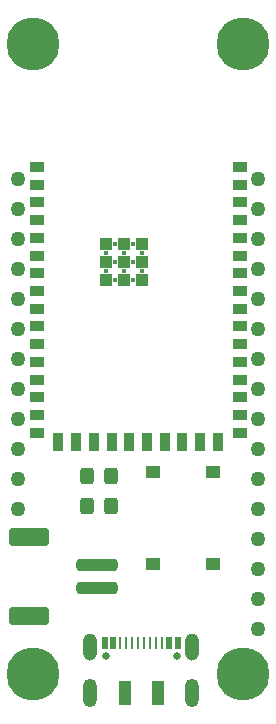
<source format=gbr>
%TF.GenerationSoftware,KiCad,Pcbnew,5.99.0-unknown-fc7f1d1d86~106~ubuntu20.04.1*%
%TF.CreationDate,2021-01-14T15:04:19+11:00*%
%TF.ProjectId,esp32-s2-feather,65737033-322d-4733-922d-666561746865,rev?*%
%TF.SameCoordinates,Original*%
%TF.FileFunction,Soldermask,Top*%
%TF.FilePolarity,Negative*%
%FSLAX46Y46*%
G04 Gerber Fmt 4.6, Leading zero omitted, Abs format (unit mm)*
G04 Created by KiCad (PCBNEW 5.99.0-unknown-fc7f1d1d86~106~ubuntu20.04.1) date 2021-01-14 15:04:19*
%MOMM*%
%LPD*%
G01*
G04 APERTURE LIST*
G04 Aperture macros list*
%AMRoundRect*
0 Rectangle with rounded corners*
0 $1 Rounding radius*
0 $2 $3 $4 $5 $6 $7 $8 $9 X,Y pos of 4 corners*
0 Add a 4 corners polygon primitive as box body*
4,1,4,$2,$3,$4,$5,$6,$7,$8,$9,$2,$3,0*
0 Add four circle primitives for the rounded corners*
1,1,$1+$1,$2,$3,0*
1,1,$1+$1,$4,$5,0*
1,1,$1+$1,$6,$7,0*
1,1,$1+$1,$8,$9,0*
0 Add four rect primitives between the rounded corners*
20,1,$1+$1,$2,$3,$4,$5,0*
20,1,$1+$1,$4,$5,$6,$7,0*
20,1,$1+$1,$6,$7,$8,$9,0*
20,1,$1+$1,$8,$9,$2,$3,0*%
G04 Aperture macros list end*
%ADD10C,4.500000*%
%ADD11RoundRect,0.250000X-1.500000X0.250000X-1.500000X-0.250000X1.500000X-0.250000X1.500000X0.250000X0*%
%ADD12RoundRect,0.250001X-1.449999X0.499999X-1.449999X-0.499999X1.449999X-0.499999X1.449999X0.499999X0*%
%ADD13R,0.520000X1.000000*%
%ADD14R,0.270000X1.000000*%
%ADD15C,0.600000*%
%ADD16C,0.630000*%
%ADD17R,1.000000X2.000000*%
%ADD18O,1.158000X2.316000*%
%ADD19O,1.200000X2.400000*%
%ADD20R,1.250000X1.000000*%
%ADD21R,1.200000X0.900000*%
%ADD22R,0.900000X1.500000*%
%ADD23R,1.100000X1.100000*%
%ADD24C,0.400000*%
%ADD25C,1.270000*%
%ADD26RoundRect,0.250000X-0.325000X-0.450000X0.325000X-0.450000X0.325000X0.450000X-0.325000X0.450000X0*%
G04 APERTURE END LIST*
D10*
%TO.C,REF\u002A\u002A*%
X195580000Y-99060000D03*
%TD*%
D11*
%TO.C,J2*%
X183190000Y-89805000D03*
X183190000Y-91805000D03*
D12*
X177440000Y-87455000D03*
X177440000Y-94155000D03*
%TD*%
D13*
%TO.C,J1*%
X183844000Y-96436000D03*
X184594000Y-96436000D03*
D14*
X185194000Y-96436000D03*
X185694000Y-96436000D03*
X186194000Y-96436000D03*
X186694000Y-96436000D03*
X187194000Y-96436000D03*
X187694000Y-96436000D03*
X188194000Y-96436000D03*
X188694000Y-96436000D03*
D13*
X189294000Y-96436000D03*
X190044000Y-96436000D03*
D15*
X189944000Y-97536000D03*
D16*
X189944000Y-97536000D03*
X183944000Y-97536000D03*
D17*
X185544000Y-100636000D03*
X188344000Y-100636000D03*
D18*
X182624000Y-96811000D03*
X191264000Y-96811000D03*
D19*
X182624000Y-100636000D03*
X191264000Y-100636000D03*
%TD*%
D20*
%TO.C,SW2*%
X187960000Y-81977000D03*
X187960000Y-89727000D03*
%TD*%
D21*
%TO.C,U5*%
X178090000Y-56135000D03*
X178090000Y-57635000D03*
X178090000Y-59135000D03*
X178090000Y-60635000D03*
X178090000Y-62135000D03*
X178090000Y-63635000D03*
X178090000Y-65135000D03*
X178090000Y-66635000D03*
X178090000Y-68135000D03*
X178090000Y-69635000D03*
X178090000Y-71135000D03*
X178090000Y-72635000D03*
X178090000Y-74135000D03*
X178090000Y-75635000D03*
X178090000Y-77135000D03*
X178090000Y-78635000D03*
D22*
X179940000Y-79385000D03*
X181440000Y-79385000D03*
X182940000Y-79385000D03*
X184440000Y-79385000D03*
X185940000Y-79385000D03*
X187440000Y-79385000D03*
X188940000Y-79385000D03*
X190440000Y-79385000D03*
X191940000Y-79385000D03*
X193440000Y-79385000D03*
D21*
X195290000Y-78635000D03*
X195290000Y-77135000D03*
X195290000Y-75635000D03*
X195290000Y-74135000D03*
X195290000Y-72635000D03*
X195290000Y-71135000D03*
X195290000Y-69635000D03*
X195290000Y-68135000D03*
X195290000Y-66635000D03*
X195290000Y-65135000D03*
X195290000Y-63635000D03*
X195290000Y-62135000D03*
X195290000Y-60635000D03*
X195290000Y-59135000D03*
X195290000Y-57635000D03*
X195290000Y-56135000D03*
D23*
X185500000Y-64185000D03*
X184000000Y-64185000D03*
X187000000Y-64185000D03*
X184000000Y-65685000D03*
X185500000Y-65685000D03*
X187000000Y-65685000D03*
X184000000Y-62685000D03*
X185500000Y-62685000D03*
X187000000Y-62685000D03*
D24*
X185500000Y-63435000D03*
X184000000Y-63435000D03*
X187000000Y-63435000D03*
X184000000Y-64935000D03*
X185500000Y-64935000D03*
X187000000Y-64935000D03*
X184750000Y-62685000D03*
X186250000Y-62685000D03*
X184750000Y-64185000D03*
X186250000Y-64185000D03*
X184750000Y-65685000D03*
X186250000Y-65685000D03*
%TD*%
D25*
%TO.C,J3*%
X176530000Y-85090000D03*
X176530000Y-82550000D03*
X176530000Y-80010000D03*
X176530000Y-77470000D03*
X176530000Y-74930000D03*
X176530000Y-72390000D03*
X176530000Y-69850000D03*
X176530000Y-67310000D03*
X176530000Y-64770000D03*
X176530000Y-62230000D03*
X176530000Y-59690000D03*
X176530000Y-57150000D03*
%TD*%
D10*
%TO.C,REF\u002A\u002A*%
X195580000Y-45720000D03*
%TD*%
%TO.C,REF\u002A\u002A*%
X177800000Y-45720000D03*
%TD*%
D26*
%TO.C,D3*%
X182363000Y-82296000D03*
X184413000Y-82296000D03*
%TD*%
D10*
%TO.C,REF\u002A\u002A*%
X177800000Y-99060000D03*
%TD*%
D26*
%TO.C,D2*%
X182363000Y-84836000D03*
X184413000Y-84836000D03*
%TD*%
D20*
%TO.C,SW1*%
X193040000Y-81977000D03*
X193040000Y-89727000D03*
%TD*%
D25*
%TO.C,J4*%
X196850000Y-57150000D03*
X196850000Y-59690000D03*
X196850000Y-62230000D03*
X196850000Y-64770000D03*
X196850000Y-67310000D03*
X196850000Y-69850000D03*
X196850000Y-72390000D03*
X196850000Y-74930000D03*
X196850000Y-77470000D03*
X196850000Y-80010000D03*
X196850000Y-82550000D03*
X196850000Y-85090000D03*
X196850000Y-87630000D03*
X196850000Y-90170000D03*
X196850000Y-92710000D03*
X196850000Y-95250000D03*
%TD*%
M02*

</source>
